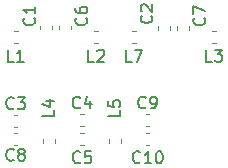
<source format=gbr>
%TF.GenerationSoftware,KiCad,Pcbnew,8.0.4*%
%TF.CreationDate,2024-09-11T02:18:47+03:00*%
%TF.ProjectId,micro_diplekser,6d696372-6f5f-4646-9970-6c656b736572,rev?*%
%TF.SameCoordinates,Original*%
%TF.FileFunction,Legend,Top*%
%TF.FilePolarity,Positive*%
%FSLAX46Y46*%
G04 Gerber Fmt 4.6, Leading zero omitted, Abs format (unit mm)*
G04 Created by KiCad (PCBNEW 8.0.4) date 2024-09-11 02:18:47*
%MOMM*%
%LPD*%
G01*
G04 APERTURE LIST*
%ADD10C,0.150000*%
%ADD11C,0.120000*%
G04 APERTURE END LIST*
D10*
X61159580Y-87366666D02*
X61207200Y-87414285D01*
X61207200Y-87414285D02*
X61254819Y-87557142D01*
X61254819Y-87557142D02*
X61254819Y-87652380D01*
X61254819Y-87652380D02*
X61207200Y-87795237D01*
X61207200Y-87795237D02*
X61111961Y-87890475D01*
X61111961Y-87890475D02*
X61016723Y-87938094D01*
X61016723Y-87938094D02*
X60826247Y-87985713D01*
X60826247Y-87985713D02*
X60683390Y-87985713D01*
X60683390Y-87985713D02*
X60492914Y-87938094D01*
X60492914Y-87938094D02*
X60397676Y-87890475D01*
X60397676Y-87890475D02*
X60302438Y-87795237D01*
X60302438Y-87795237D02*
X60254819Y-87652380D01*
X60254819Y-87652380D02*
X60254819Y-87557142D01*
X60254819Y-87557142D02*
X60302438Y-87414285D01*
X60302438Y-87414285D02*
X60350057Y-87366666D01*
X61254819Y-86414285D02*
X61254819Y-86985713D01*
X61254819Y-86699999D02*
X60254819Y-86699999D01*
X60254819Y-86699999D02*
X60397676Y-86795237D01*
X60397676Y-86795237D02*
X60492914Y-86890475D01*
X60492914Y-86890475D02*
X60540533Y-86985713D01*
X59433333Y-94990480D02*
X59385714Y-95038100D01*
X59385714Y-95038100D02*
X59242857Y-95085719D01*
X59242857Y-95085719D02*
X59147619Y-95085719D01*
X59147619Y-95085719D02*
X59004762Y-95038100D01*
X59004762Y-95038100D02*
X58909524Y-94942861D01*
X58909524Y-94942861D02*
X58861905Y-94847623D01*
X58861905Y-94847623D02*
X58814286Y-94657147D01*
X58814286Y-94657147D02*
X58814286Y-94514290D01*
X58814286Y-94514290D02*
X58861905Y-94323814D01*
X58861905Y-94323814D02*
X58909524Y-94228576D01*
X58909524Y-94228576D02*
X59004762Y-94133338D01*
X59004762Y-94133338D02*
X59147619Y-94085719D01*
X59147619Y-94085719D02*
X59242857Y-94085719D01*
X59242857Y-94085719D02*
X59385714Y-94133338D01*
X59385714Y-94133338D02*
X59433333Y-94180957D01*
X59766667Y-94085719D02*
X60385714Y-94085719D01*
X60385714Y-94085719D02*
X60052381Y-94466671D01*
X60052381Y-94466671D02*
X60195238Y-94466671D01*
X60195238Y-94466671D02*
X60290476Y-94514290D01*
X60290476Y-94514290D02*
X60338095Y-94561909D01*
X60338095Y-94561909D02*
X60385714Y-94657147D01*
X60385714Y-94657147D02*
X60385714Y-94895242D01*
X60385714Y-94895242D02*
X60338095Y-94990480D01*
X60338095Y-94990480D02*
X60290476Y-95038100D01*
X60290476Y-95038100D02*
X60195238Y-95085719D01*
X60195238Y-95085719D02*
X59909524Y-95085719D01*
X59909524Y-95085719D02*
X59814286Y-95038100D01*
X59814286Y-95038100D02*
X59766667Y-94990480D01*
X62854819Y-95166666D02*
X62854819Y-95642856D01*
X62854819Y-95642856D02*
X61854819Y-95642856D01*
X62188152Y-94404761D02*
X62854819Y-94404761D01*
X61807200Y-94642856D02*
X62521485Y-94880951D01*
X62521485Y-94880951D02*
X62521485Y-94261904D01*
X59433333Y-99359580D02*
X59385714Y-99407200D01*
X59385714Y-99407200D02*
X59242857Y-99454819D01*
X59242857Y-99454819D02*
X59147619Y-99454819D01*
X59147619Y-99454819D02*
X59004762Y-99407200D01*
X59004762Y-99407200D02*
X58909524Y-99311961D01*
X58909524Y-99311961D02*
X58861905Y-99216723D01*
X58861905Y-99216723D02*
X58814286Y-99026247D01*
X58814286Y-99026247D02*
X58814286Y-98883390D01*
X58814286Y-98883390D02*
X58861905Y-98692914D01*
X58861905Y-98692914D02*
X58909524Y-98597676D01*
X58909524Y-98597676D02*
X59004762Y-98502438D01*
X59004762Y-98502438D02*
X59147619Y-98454819D01*
X59147619Y-98454819D02*
X59242857Y-98454819D01*
X59242857Y-98454819D02*
X59385714Y-98502438D01*
X59385714Y-98502438D02*
X59433333Y-98550057D01*
X60004762Y-98883390D02*
X59909524Y-98835771D01*
X59909524Y-98835771D02*
X59861905Y-98788152D01*
X59861905Y-98788152D02*
X59814286Y-98692914D01*
X59814286Y-98692914D02*
X59814286Y-98645295D01*
X59814286Y-98645295D02*
X59861905Y-98550057D01*
X59861905Y-98550057D02*
X59909524Y-98502438D01*
X59909524Y-98502438D02*
X60004762Y-98454819D01*
X60004762Y-98454819D02*
X60195238Y-98454819D01*
X60195238Y-98454819D02*
X60290476Y-98502438D01*
X60290476Y-98502438D02*
X60338095Y-98550057D01*
X60338095Y-98550057D02*
X60385714Y-98645295D01*
X60385714Y-98645295D02*
X60385714Y-98692914D01*
X60385714Y-98692914D02*
X60338095Y-98788152D01*
X60338095Y-98788152D02*
X60290476Y-98835771D01*
X60290476Y-98835771D02*
X60195238Y-98883390D01*
X60195238Y-98883390D02*
X60004762Y-98883390D01*
X60004762Y-98883390D02*
X59909524Y-98931009D01*
X59909524Y-98931009D02*
X59861905Y-98978628D01*
X59861905Y-98978628D02*
X59814286Y-99073866D01*
X59814286Y-99073866D02*
X59814286Y-99264342D01*
X59814286Y-99264342D02*
X59861905Y-99359580D01*
X59861905Y-99359580D02*
X59909524Y-99407200D01*
X59909524Y-99407200D02*
X60004762Y-99454819D01*
X60004762Y-99454819D02*
X60195238Y-99454819D01*
X60195238Y-99454819D02*
X60290476Y-99407200D01*
X60290476Y-99407200D02*
X60338095Y-99359580D01*
X60338095Y-99359580D02*
X60385714Y-99264342D01*
X60385714Y-99264342D02*
X60385714Y-99073866D01*
X60385714Y-99073866D02*
X60338095Y-98978628D01*
X60338095Y-98978628D02*
X60290476Y-98931009D01*
X60290476Y-98931009D02*
X60195238Y-98883390D01*
X70132142Y-99559580D02*
X70084523Y-99607200D01*
X70084523Y-99607200D02*
X69941666Y-99654819D01*
X69941666Y-99654819D02*
X69846428Y-99654819D01*
X69846428Y-99654819D02*
X69703571Y-99607200D01*
X69703571Y-99607200D02*
X69608333Y-99511961D01*
X69608333Y-99511961D02*
X69560714Y-99416723D01*
X69560714Y-99416723D02*
X69513095Y-99226247D01*
X69513095Y-99226247D02*
X69513095Y-99083390D01*
X69513095Y-99083390D02*
X69560714Y-98892914D01*
X69560714Y-98892914D02*
X69608333Y-98797676D01*
X69608333Y-98797676D02*
X69703571Y-98702438D01*
X69703571Y-98702438D02*
X69846428Y-98654819D01*
X69846428Y-98654819D02*
X69941666Y-98654819D01*
X69941666Y-98654819D02*
X70084523Y-98702438D01*
X70084523Y-98702438D02*
X70132142Y-98750057D01*
X71084523Y-99654819D02*
X70513095Y-99654819D01*
X70798809Y-99654819D02*
X70798809Y-98654819D01*
X70798809Y-98654819D02*
X70703571Y-98797676D01*
X70703571Y-98797676D02*
X70608333Y-98892914D01*
X70608333Y-98892914D02*
X70513095Y-98940533D01*
X71703571Y-98654819D02*
X71798809Y-98654819D01*
X71798809Y-98654819D02*
X71894047Y-98702438D01*
X71894047Y-98702438D02*
X71941666Y-98750057D01*
X71941666Y-98750057D02*
X71989285Y-98845295D01*
X71989285Y-98845295D02*
X72036904Y-99035771D01*
X72036904Y-99035771D02*
X72036904Y-99273866D01*
X72036904Y-99273866D02*
X71989285Y-99464342D01*
X71989285Y-99464342D02*
X71941666Y-99559580D01*
X71941666Y-99559580D02*
X71894047Y-99607200D01*
X71894047Y-99607200D02*
X71798809Y-99654819D01*
X71798809Y-99654819D02*
X71703571Y-99654819D01*
X71703571Y-99654819D02*
X71608333Y-99607200D01*
X71608333Y-99607200D02*
X71560714Y-99559580D01*
X71560714Y-99559580D02*
X71513095Y-99464342D01*
X71513095Y-99464342D02*
X71465476Y-99273866D01*
X71465476Y-99273866D02*
X71465476Y-99035771D01*
X71465476Y-99035771D02*
X71513095Y-98845295D01*
X71513095Y-98845295D02*
X71560714Y-98750057D01*
X71560714Y-98750057D02*
X71608333Y-98702438D01*
X71608333Y-98702438D02*
X71703571Y-98654819D01*
X68454819Y-95166666D02*
X68454819Y-95642856D01*
X68454819Y-95642856D02*
X67454819Y-95642856D01*
X67454819Y-94357142D02*
X67454819Y-94833332D01*
X67454819Y-94833332D02*
X67931009Y-94880951D01*
X67931009Y-94880951D02*
X67883390Y-94833332D01*
X67883390Y-94833332D02*
X67835771Y-94738094D01*
X67835771Y-94738094D02*
X67835771Y-94499999D01*
X67835771Y-94499999D02*
X67883390Y-94404761D01*
X67883390Y-94404761D02*
X67931009Y-94357142D01*
X67931009Y-94357142D02*
X68026247Y-94309523D01*
X68026247Y-94309523D02*
X68264342Y-94309523D01*
X68264342Y-94309523D02*
X68359580Y-94357142D01*
X68359580Y-94357142D02*
X68407200Y-94404761D01*
X68407200Y-94404761D02*
X68454819Y-94499999D01*
X68454819Y-94499999D02*
X68454819Y-94738094D01*
X68454819Y-94738094D02*
X68407200Y-94833332D01*
X68407200Y-94833332D02*
X68359580Y-94880951D01*
X65058333Y-99559580D02*
X65010714Y-99607200D01*
X65010714Y-99607200D02*
X64867857Y-99654819D01*
X64867857Y-99654819D02*
X64772619Y-99654819D01*
X64772619Y-99654819D02*
X64629762Y-99607200D01*
X64629762Y-99607200D02*
X64534524Y-99511961D01*
X64534524Y-99511961D02*
X64486905Y-99416723D01*
X64486905Y-99416723D02*
X64439286Y-99226247D01*
X64439286Y-99226247D02*
X64439286Y-99083390D01*
X64439286Y-99083390D02*
X64486905Y-98892914D01*
X64486905Y-98892914D02*
X64534524Y-98797676D01*
X64534524Y-98797676D02*
X64629762Y-98702438D01*
X64629762Y-98702438D02*
X64772619Y-98654819D01*
X64772619Y-98654819D02*
X64867857Y-98654819D01*
X64867857Y-98654819D02*
X65010714Y-98702438D01*
X65010714Y-98702438D02*
X65058333Y-98750057D01*
X65963095Y-98654819D02*
X65486905Y-98654819D01*
X65486905Y-98654819D02*
X65439286Y-99131009D01*
X65439286Y-99131009D02*
X65486905Y-99083390D01*
X65486905Y-99083390D02*
X65582143Y-99035771D01*
X65582143Y-99035771D02*
X65820238Y-99035771D01*
X65820238Y-99035771D02*
X65915476Y-99083390D01*
X65915476Y-99083390D02*
X65963095Y-99131009D01*
X65963095Y-99131009D02*
X66010714Y-99226247D01*
X66010714Y-99226247D02*
X66010714Y-99464342D01*
X66010714Y-99464342D02*
X65963095Y-99559580D01*
X65963095Y-99559580D02*
X65915476Y-99607200D01*
X65915476Y-99607200D02*
X65820238Y-99654819D01*
X65820238Y-99654819D02*
X65582143Y-99654819D01*
X65582143Y-99654819D02*
X65486905Y-99607200D01*
X65486905Y-99607200D02*
X65439286Y-99559580D01*
X69433333Y-91054819D02*
X68957143Y-91054819D01*
X68957143Y-91054819D02*
X68957143Y-90054819D01*
X69671429Y-90054819D02*
X70338095Y-90054819D01*
X70338095Y-90054819D02*
X69909524Y-91054819D01*
X76233333Y-91054819D02*
X75757143Y-91054819D01*
X75757143Y-91054819D02*
X75757143Y-90054819D01*
X76471429Y-90054819D02*
X77090476Y-90054819D01*
X77090476Y-90054819D02*
X76757143Y-90435771D01*
X76757143Y-90435771D02*
X76900000Y-90435771D01*
X76900000Y-90435771D02*
X76995238Y-90483390D01*
X76995238Y-90483390D02*
X77042857Y-90531009D01*
X77042857Y-90531009D02*
X77090476Y-90626247D01*
X77090476Y-90626247D02*
X77090476Y-90864342D01*
X77090476Y-90864342D02*
X77042857Y-90959580D01*
X77042857Y-90959580D02*
X76995238Y-91007200D01*
X76995238Y-91007200D02*
X76900000Y-91054819D01*
X76900000Y-91054819D02*
X76614286Y-91054819D01*
X76614286Y-91054819D02*
X76519048Y-91007200D01*
X76519048Y-91007200D02*
X76471429Y-90959580D01*
X65559580Y-87366666D02*
X65607200Y-87414285D01*
X65607200Y-87414285D02*
X65654819Y-87557142D01*
X65654819Y-87557142D02*
X65654819Y-87652380D01*
X65654819Y-87652380D02*
X65607200Y-87795237D01*
X65607200Y-87795237D02*
X65511961Y-87890475D01*
X65511961Y-87890475D02*
X65416723Y-87938094D01*
X65416723Y-87938094D02*
X65226247Y-87985713D01*
X65226247Y-87985713D02*
X65083390Y-87985713D01*
X65083390Y-87985713D02*
X64892914Y-87938094D01*
X64892914Y-87938094D02*
X64797676Y-87890475D01*
X64797676Y-87890475D02*
X64702438Y-87795237D01*
X64702438Y-87795237D02*
X64654819Y-87652380D01*
X64654819Y-87652380D02*
X64654819Y-87557142D01*
X64654819Y-87557142D02*
X64702438Y-87414285D01*
X64702438Y-87414285D02*
X64750057Y-87366666D01*
X64654819Y-86509523D02*
X64654819Y-86699999D01*
X64654819Y-86699999D02*
X64702438Y-86795237D01*
X64702438Y-86795237D02*
X64750057Y-86842856D01*
X64750057Y-86842856D02*
X64892914Y-86938094D01*
X64892914Y-86938094D02*
X65083390Y-86985713D01*
X65083390Y-86985713D02*
X65464342Y-86985713D01*
X65464342Y-86985713D02*
X65559580Y-86938094D01*
X65559580Y-86938094D02*
X65607200Y-86890475D01*
X65607200Y-86890475D02*
X65654819Y-86795237D01*
X65654819Y-86795237D02*
X65654819Y-86604761D01*
X65654819Y-86604761D02*
X65607200Y-86509523D01*
X65607200Y-86509523D02*
X65559580Y-86461904D01*
X65559580Y-86461904D02*
X65464342Y-86414285D01*
X65464342Y-86414285D02*
X65226247Y-86414285D01*
X65226247Y-86414285D02*
X65131009Y-86461904D01*
X65131009Y-86461904D02*
X65083390Y-86509523D01*
X65083390Y-86509523D02*
X65035771Y-86604761D01*
X65035771Y-86604761D02*
X65035771Y-86795237D01*
X65035771Y-86795237D02*
X65083390Y-86890475D01*
X65083390Y-86890475D02*
X65131009Y-86938094D01*
X65131009Y-86938094D02*
X65226247Y-86985713D01*
X59433333Y-91054819D02*
X58957143Y-91054819D01*
X58957143Y-91054819D02*
X58957143Y-90054819D01*
X60290476Y-91054819D02*
X59719048Y-91054819D01*
X60004762Y-91054819D02*
X60004762Y-90054819D01*
X60004762Y-90054819D02*
X59909524Y-90197676D01*
X59909524Y-90197676D02*
X59814286Y-90292914D01*
X59814286Y-90292914D02*
X59719048Y-90340533D01*
X65058333Y-94929580D02*
X65010714Y-94977200D01*
X65010714Y-94977200D02*
X64867857Y-95024819D01*
X64867857Y-95024819D02*
X64772619Y-95024819D01*
X64772619Y-95024819D02*
X64629762Y-94977200D01*
X64629762Y-94977200D02*
X64534524Y-94881961D01*
X64534524Y-94881961D02*
X64486905Y-94786723D01*
X64486905Y-94786723D02*
X64439286Y-94596247D01*
X64439286Y-94596247D02*
X64439286Y-94453390D01*
X64439286Y-94453390D02*
X64486905Y-94262914D01*
X64486905Y-94262914D02*
X64534524Y-94167676D01*
X64534524Y-94167676D02*
X64629762Y-94072438D01*
X64629762Y-94072438D02*
X64772619Y-94024819D01*
X64772619Y-94024819D02*
X64867857Y-94024819D01*
X64867857Y-94024819D02*
X65010714Y-94072438D01*
X65010714Y-94072438D02*
X65058333Y-94120057D01*
X65915476Y-94358152D02*
X65915476Y-95024819D01*
X65677381Y-93977200D02*
X65439286Y-94691485D01*
X65439286Y-94691485D02*
X66058333Y-94691485D01*
X71079580Y-87166666D02*
X71127200Y-87214285D01*
X71127200Y-87214285D02*
X71174819Y-87357142D01*
X71174819Y-87357142D02*
X71174819Y-87452380D01*
X71174819Y-87452380D02*
X71127200Y-87595237D01*
X71127200Y-87595237D02*
X71031961Y-87690475D01*
X71031961Y-87690475D02*
X70936723Y-87738094D01*
X70936723Y-87738094D02*
X70746247Y-87785713D01*
X70746247Y-87785713D02*
X70603390Y-87785713D01*
X70603390Y-87785713D02*
X70412914Y-87738094D01*
X70412914Y-87738094D02*
X70317676Y-87690475D01*
X70317676Y-87690475D02*
X70222438Y-87595237D01*
X70222438Y-87595237D02*
X70174819Y-87452380D01*
X70174819Y-87452380D02*
X70174819Y-87357142D01*
X70174819Y-87357142D02*
X70222438Y-87214285D01*
X70222438Y-87214285D02*
X70270057Y-87166666D01*
X70270057Y-86785713D02*
X70222438Y-86738094D01*
X70222438Y-86738094D02*
X70174819Y-86642856D01*
X70174819Y-86642856D02*
X70174819Y-86404761D01*
X70174819Y-86404761D02*
X70222438Y-86309523D01*
X70222438Y-86309523D02*
X70270057Y-86261904D01*
X70270057Y-86261904D02*
X70365295Y-86214285D01*
X70365295Y-86214285D02*
X70460533Y-86214285D01*
X70460533Y-86214285D02*
X70603390Y-86261904D01*
X70603390Y-86261904D02*
X71174819Y-86833332D01*
X71174819Y-86833332D02*
X71174819Y-86214285D01*
X75559580Y-87366666D02*
X75607200Y-87414285D01*
X75607200Y-87414285D02*
X75654819Y-87557142D01*
X75654819Y-87557142D02*
X75654819Y-87652380D01*
X75654819Y-87652380D02*
X75607200Y-87795237D01*
X75607200Y-87795237D02*
X75511961Y-87890475D01*
X75511961Y-87890475D02*
X75416723Y-87938094D01*
X75416723Y-87938094D02*
X75226247Y-87985713D01*
X75226247Y-87985713D02*
X75083390Y-87985713D01*
X75083390Y-87985713D02*
X74892914Y-87938094D01*
X74892914Y-87938094D02*
X74797676Y-87890475D01*
X74797676Y-87890475D02*
X74702438Y-87795237D01*
X74702438Y-87795237D02*
X74654819Y-87652380D01*
X74654819Y-87652380D02*
X74654819Y-87557142D01*
X74654819Y-87557142D02*
X74702438Y-87414285D01*
X74702438Y-87414285D02*
X74750057Y-87366666D01*
X74654819Y-87033332D02*
X74654819Y-86366666D01*
X74654819Y-86366666D02*
X75654819Y-86795237D01*
X70608333Y-94929580D02*
X70560714Y-94977200D01*
X70560714Y-94977200D02*
X70417857Y-95024819D01*
X70417857Y-95024819D02*
X70322619Y-95024819D01*
X70322619Y-95024819D02*
X70179762Y-94977200D01*
X70179762Y-94977200D02*
X70084524Y-94881961D01*
X70084524Y-94881961D02*
X70036905Y-94786723D01*
X70036905Y-94786723D02*
X69989286Y-94596247D01*
X69989286Y-94596247D02*
X69989286Y-94453390D01*
X69989286Y-94453390D02*
X70036905Y-94262914D01*
X70036905Y-94262914D02*
X70084524Y-94167676D01*
X70084524Y-94167676D02*
X70179762Y-94072438D01*
X70179762Y-94072438D02*
X70322619Y-94024819D01*
X70322619Y-94024819D02*
X70417857Y-94024819D01*
X70417857Y-94024819D02*
X70560714Y-94072438D01*
X70560714Y-94072438D02*
X70608333Y-94120057D01*
X71084524Y-95024819D02*
X71275000Y-95024819D01*
X71275000Y-95024819D02*
X71370238Y-94977200D01*
X71370238Y-94977200D02*
X71417857Y-94929580D01*
X71417857Y-94929580D02*
X71513095Y-94786723D01*
X71513095Y-94786723D02*
X71560714Y-94596247D01*
X71560714Y-94596247D02*
X71560714Y-94215295D01*
X71560714Y-94215295D02*
X71513095Y-94120057D01*
X71513095Y-94120057D02*
X71465476Y-94072438D01*
X71465476Y-94072438D02*
X71370238Y-94024819D01*
X71370238Y-94024819D02*
X71179762Y-94024819D01*
X71179762Y-94024819D02*
X71084524Y-94072438D01*
X71084524Y-94072438D02*
X71036905Y-94120057D01*
X71036905Y-94120057D02*
X70989286Y-94215295D01*
X70989286Y-94215295D02*
X70989286Y-94453390D01*
X70989286Y-94453390D02*
X71036905Y-94548628D01*
X71036905Y-94548628D02*
X71084524Y-94596247D01*
X71084524Y-94596247D02*
X71179762Y-94643866D01*
X71179762Y-94643866D02*
X71370238Y-94643866D01*
X71370238Y-94643866D02*
X71465476Y-94596247D01*
X71465476Y-94596247D02*
X71513095Y-94548628D01*
X71513095Y-94548628D02*
X71560714Y-94453390D01*
X66233333Y-91054819D02*
X65757143Y-91054819D01*
X65757143Y-91054819D02*
X65757143Y-90054819D01*
X66519048Y-90150057D02*
X66566667Y-90102438D01*
X66566667Y-90102438D02*
X66661905Y-90054819D01*
X66661905Y-90054819D02*
X66900000Y-90054819D01*
X66900000Y-90054819D02*
X66995238Y-90102438D01*
X66995238Y-90102438D02*
X67042857Y-90150057D01*
X67042857Y-90150057D02*
X67090476Y-90245295D01*
X67090476Y-90245295D02*
X67090476Y-90340533D01*
X67090476Y-90340533D02*
X67042857Y-90483390D01*
X67042857Y-90483390D02*
X66471429Y-91054819D01*
X66471429Y-91054819D02*
X67090476Y-91054819D01*
D11*
%TO.C,C1*%
X61690000Y-88315580D02*
X61690000Y-88034420D01*
X62710000Y-88315580D02*
X62710000Y-88034420D01*
%TO.C,C3*%
X59459420Y-95550900D02*
X59740580Y-95550900D01*
X59459420Y-96570900D02*
X59740580Y-96570900D01*
%TO.C,L4*%
X61890000Y-97962779D02*
X61890000Y-97637221D01*
X62910000Y-97962779D02*
X62910000Y-97637221D01*
%TO.C,C8*%
X59459420Y-97090000D02*
X59740580Y-97090000D01*
X59459420Y-98110000D02*
X59740580Y-98110000D01*
%TO.C,C10*%
X70634420Y-97090000D02*
X70915580Y-97090000D01*
X70634420Y-98110000D02*
X70915580Y-98110000D01*
%TO.C,L5*%
X67490000Y-97962779D02*
X67490000Y-97637221D01*
X68510000Y-97962779D02*
X68510000Y-97637221D01*
%TO.C,C5*%
X65084420Y-97090000D02*
X65365580Y-97090000D01*
X65084420Y-98110000D02*
X65365580Y-98110000D01*
%TO.C,L7*%
X69437221Y-88490000D02*
X69762779Y-88490000D01*
X69437221Y-89510000D02*
X69762779Y-89510000D01*
%TO.C,L3*%
X76237221Y-88490000D02*
X76562779Y-88490000D01*
X76237221Y-89510000D02*
X76562779Y-89510000D01*
%TO.C,C6*%
X63290000Y-88340580D02*
X63290000Y-88059420D01*
X64310000Y-88340580D02*
X64310000Y-88059420D01*
%TO.C,L1*%
X59437221Y-88490000D02*
X59762779Y-88490000D01*
X59437221Y-89510000D02*
X59762779Y-89510000D01*
%TO.C,C4*%
X65084420Y-95490000D02*
X65365580Y-95490000D01*
X65084420Y-96510000D02*
X65365580Y-96510000D01*
%TO.C,C2*%
X71640000Y-88365580D02*
X71640000Y-88084420D01*
X72660000Y-88365580D02*
X72660000Y-88084420D01*
%TO.C,C7*%
X73290000Y-88365580D02*
X73290000Y-88084420D01*
X74310000Y-88365580D02*
X74310000Y-88084420D01*
%TO.C,C9*%
X70634420Y-95490000D02*
X70915580Y-95490000D01*
X70634420Y-96510000D02*
X70915580Y-96510000D01*
%TO.C,L2*%
X66237221Y-88490000D02*
X66562779Y-88490000D01*
X66237221Y-89510000D02*
X66562779Y-89510000D01*
%TD*%
M02*

</source>
